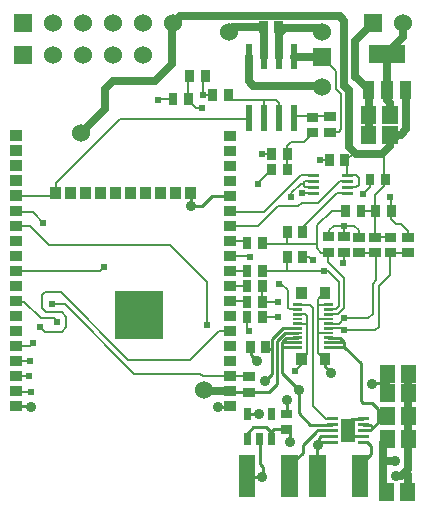
<source format=gbr>
G04 start of page 2 for group 0 idx 0 *
G04 Title: (unknown), top *
G04 Creator: pcb 4.0.2 *
G04 CreationDate: Sun Feb  4 07:02:53 2018 UTC *
G04 For: jeroen *
G04 Format: Gerber/RS-274X *
G04 PCB-Dimensions (mil): 6000.00 5000.00 *
G04 PCB-Coordinate-Origin: lower left *
%MOIN*%
%FSLAX25Y25*%
%LNTOP*%
%ADD21C,0.0380*%
%ADD20C,0.0350*%
%ADD19C,0.0118*%
%ADD18C,0.0200*%
%ADD17C,0.0360*%
%ADD16C,0.0600*%
%ADD15C,0.0001*%
%ADD14C,0.0240*%
%ADD13C,0.0060*%
%ADD12C,0.0100*%
%ADD11C,0.0250*%
G54D11*X469291Y291543D02*X470278Y290556D01*
X470278Y290556D02*Y286619D01*
X470278Y286619D01*
X463191Y294887D02*Y279926D01*
X463192Y279926D01*
X470278D02*X473821D01*
X475790Y281894D01*
Y294488D01*
G54D12*X472835Y278939D02*X473129Y279233D01*
G54D11*X469291Y307087D02*Y291543D01*
X475790Y294488D02*X475391Y294887D01*
X474803Y317323D02*Y312598D01*
X468898Y307091D02*X469291Y307485D01*
X474803Y312598D02*X469291Y307087D01*
X458763Y299315D02*Y311283D01*
X464803Y317323D01*
X470278Y279926D02*Y276183D01*
G54D13*X468283Y263071D02*Y274189D01*
G54D11*X470278Y276183D02*X467717Y273622D01*
X459055D01*
X456693Y275984D01*
G54D13*X456102Y271850D02*X457874Y273622D01*
G54D11*X458861Y299217D02*X463191Y294887D01*
X456693Y275984D02*Y294882D01*
X455118Y296457D01*
G54D13*X453937Y293701D02*Y281890D01*
X470669Y254724D02*Y259252D01*
Y255512D02*Y251969D01*
Y259252D02*X470472Y259449D01*
X460654Y254606D02*X465433D01*
X465551Y254724D01*
X465354Y260142D02*X468283Y263071D01*
X463634Y262602D02*X461315Y260283D01*
X456102Y266535D02*X459055D01*
X459843Y265748D01*
Y263386D01*
X459055Y262598D01*
X456102D02*X459055D01*
X463634Y265161D02*Y262602D01*
G54D11*X397638Y317323D02*Y303543D01*
X392126Y298031D01*
X377953D01*
X375197Y295276D01*
Y288583D01*
G54D13*X397980Y291913D02*X393295D01*
X393024Y291642D01*
G54D11*X375197Y288583D02*X367323Y280709D01*
G54D13*X355118Y250394D02*X351181Y254331D01*
X346063D01*
X359031Y260701D02*Y264150D01*
X357858Y259724D02*X358835Y260701D01*
G54D11*X398110Y317323D02*X400472Y319685D01*
G54D13*X345669Y259724D02*X357858D01*
X359031Y264150D02*X380315Y285433D01*
X430512Y268110D02*X430906Y268504D01*
G54D12*X417024Y259638D02*X410819D01*
X407480Y256299D01*
X404134D01*
G54D13*X427559Y273622D02*X430906D01*
X423228Y282087D02*Y286417D01*
X440551Y266535D02*X428346Y254331D01*
X440551Y263780D02*X437402Y260630D01*
X426378Y263780D02*Y263976D01*
X430906Y268504D01*
X446457Y257480D02*X453543Y264567D01*
X450862Y254709D02*X455043D01*
X436024Y268504D02*Y276181D01*
X437402Y277559D01*
X439010Y286417D02*X438209Y285616D01*
X437402Y277559D02*X441732D01*
X445276Y281102D02*X441732Y277559D01*
X439010Y286417D02*X451378D01*
X451575Y286220D01*
X453937Y281890D02*X453150Y281102D01*
X450787D01*
X456102Y266535D02*Y271850D01*
X446850Y271654D02*X450000D01*
X444685Y266535D02*X440551D01*
X444685Y262598D02*X442126D01*
X441732Y262992D01*
Y264173D01*
X442126Y264567D01*
X444685D01*
X441732Y263780D02*X440551D01*
X453543Y264567D02*X456102D01*
Y260630D02*X452602D01*
G54D11*X433209Y313720D02*Y306116D01*
X428209D02*Y315886D01*
X428150Y315945D01*
X418110D01*
X416535Y314370D01*
X453543Y319685D02*X455118Y318110D01*
X400472Y319685D02*X453543D01*
X455118Y296457D02*Y318110D01*
X423209Y306116D02*Y297854D01*
X424803Y296260D01*
X447638D01*
X438209Y306116D02*X447624D01*
X447638Y306102D01*
G54D13*X447427Y306116D02*X452362Y301181D01*
Y295276D01*
G54D11*X447244Y315748D02*X447146Y315650D01*
X433209Y313780D02*X435177Y315748D01*
X446063D01*
X447638Y314173D01*
G54D13*X403098Y291913D02*Y299122D01*
X403555Y299579D01*
X407874Y293307D02*Y298780D01*
X408673Y299579D01*
X452362Y295276D02*X453937Y293701D01*
X433209Y285616D02*Y290807D01*
X432283Y291732D01*
X417913D01*
X428209Y285616D02*Y291476D01*
X427953Y291732D01*
X423228Y285433D02*X380315D01*
X417913Y291732D02*X416339Y293307D01*
X411220D02*X408268D01*
X407657Y288854D02*X405567D01*
X403098Y291323D01*
G54D12*X466142Y188583D02*X464173Y190551D01*
X461417D01*
X460630Y191339D01*
Y203937D01*
X464567Y197244D02*X464370Y197047D01*
X448622Y202953D02*X450787Y200787D01*
G54D13*X449803Y215551D02*X454528D01*
X453346Y217126D02*X449803D01*
X453150Y222835D02*X452165Y221850D01*
X449803D01*
Y220276D02*X452953D01*
X455118Y222441D01*
X454528Y215551D02*X455118Y214961D01*
X466535Y216142D02*X465354Y214961D01*
X455118D01*
Y218898D02*X453346Y217126D01*
X455118Y218898D02*X462992D01*
X464567Y220472D01*
G54D12*X469489Y200394D02*Y193898D01*
Y197244D02*X464567D01*
X445591Y181024D02*X441339Y176772D01*
X451181Y177559D02*X447244D01*
X446555Y176870D02*Y178839D01*
X447244Y179528D01*
X451181D01*
Y181496D02*X446063D01*
X445669Y181102D01*
X443701Y183465D02*X450984D01*
G54D13*X451181Y185433D02*X448819D01*
X444488Y189764D02*X448819Y185433D01*
G54D12*X461417Y179528D02*X458268D01*
X456299Y181496D01*
X461417Y177559D02*X462795D01*
X463976Y176378D01*
X466142Y186220D02*X469292D01*
X469489Y186417D01*
X461417Y185433D02*X457480D01*
X456299Y184252D01*
X461417Y181496D02*X463583D01*
X461417Y183465D02*X463780D01*
X463583Y181496D02*X466142Y184055D01*
X463780Y183465D02*X464665Y182579D01*
X466142Y184055D02*Y188583D01*
X449803Y212402D02*X453740D01*
X455118Y211024D01*
Y209449D01*
X449803Y210827D02*X454921D01*
X455118Y211024D01*
X460630Y203937D02*X455118Y209449D01*
X449803Y209252D02*X454921D01*
X455118Y209449D01*
G54D11*X472244Y166339D02*X474016D01*
G54D12*X463976Y176378D02*Y173819D01*
X460827Y170669D01*
G54D11*X467913Y161024D02*Y177165D01*
X469489Y178740D01*
X472047Y171260D02*X467913D01*
X474016Y166339D02*X476378Y168701D01*
Y200197D01*
X476574Y200394D01*
X475295Y167618D02*X476378Y166535D01*
Y161220D01*
G54D12*X439567Y210827D02*X434449D01*
X434252Y210630D01*
X439567Y209252D02*X434449D01*
X434252Y209055D01*
X434646Y215551D02*X431102Y212008D01*
G54D13*X436811Y221850D02*X436228Y222433D01*
G54D12*X432677Y196850D02*Y211417D01*
X436024Y191535D02*Y187205D01*
X435827Y187008D01*
X431102Y212008D02*Y200394D01*
X423819Y209449D02*Y206693D01*
X425984Y204528D01*
G54D13*X422638Y219291D02*Y215157D01*
X423228Y214567D01*
G54D12*X426809Y178808D02*Y170435D01*
X436811Y177756D02*Y181890D01*
X435827D02*X431496D01*
X430709Y181102D01*
X441240Y174114D02*X437402Y170276D01*
X426809Y170435D02*X427953Y169291D01*
Y166142D01*
X427756Y165945D01*
X423031D01*
X422638Y166339D01*
G54D13*X446457Y207480D02*X448622Y205315D01*
X444488Y222441D02*Y189764D01*
X442520Y207087D02*X440748Y205315D01*
Y203346D01*
G54D12*X439961Y187205D02*X443701Y183465D01*
X448622Y205315D02*Y202953D01*
G54D13*X439567Y220276D02*X441929D01*
X442520Y219685D01*
Y207087D02*Y219685D01*
X439567Y217126D02*X442323D01*
G54D12*X446063Y168701D02*Y176378D01*
X447244Y177559D02*X446063Y176378D01*
X441240Y176673D02*Y174114D01*
X403937Y256299D02*Y260606D01*
X404031Y260701D01*
G54D13*X440945Y260630D02*X444685D01*
X452602D02*X441106Y249134D01*
X445984Y249831D02*X450862Y254709D01*
X428346Y254331D02*X416929D01*
X426378Y249606D02*X433071Y256299D01*
X437402Y260630D02*Y259843D01*
X446457Y257480D02*X440945D01*
X439764Y256299D01*
X433071D01*
G54D12*X434252Y211024D02*X435630Y212402D01*
X439567D01*
X432677Y211417D02*X435236Y213976D01*
X439567D01*
Y215551D02*X434646D01*
G54D13*X449803Y223425D02*X446654D01*
X446457Y223228D01*
Y225197D02*X448622Y227362D01*
X446457Y223228D02*Y207480D01*
Y223425D02*Y225197D01*
X449803Y218701D02*X446654D01*
X446457Y218898D01*
X449803Y213976D02*X446654D01*
X446457Y213780D01*
X439567Y223425D02*X443504D01*
X444488Y222441D01*
X436228Y222433D02*Y228228D01*
X434138Y230319D01*
X433441D01*
X442323Y217126D02*X442520Y216929D01*
X417220Y234638D02*X422630D01*
X422638Y234646D01*
Y229528D02*X417331D01*
X417220Y229638D01*
Y244638D02*X422094D01*
X422638Y244094D01*
X426378Y249606D02*X418110D01*
X427559Y224409D02*Y229331D01*
X409252Y216732D02*Y230906D01*
X417024Y214638D02*X413260D01*
X427559Y229331D02*X427756Y229528D01*
X417024Y239638D02*X423354D01*
X423622Y239370D01*
X470472Y240748D02*Y233465D01*
X466535Y229528D01*
Y216142D01*
X464567Y220472D02*Y230315D01*
X465748Y231496D01*
Y240354D01*
X465354Y240748D01*
X470472Y245866D02*X465354D01*
X460039Y240748D02*X465354D01*
X470472D02*X476181D01*
X470669Y251969D02*X472441Y250197D01*
X474016D01*
X476181Y248031D01*
Y245866D01*
X465354D02*Y260142D01*
X427756Y234646D02*X449606D01*
X436024Y239370D02*Y234843D01*
X436220Y234646D01*
X436024Y247638D02*Y243898D01*
X435827Y243701D01*
X441142Y239370D02*X443307D01*
X444488Y238189D01*
X441106Y249134D02*Y247043D01*
X449803Y240772D02*X447378D01*
X445984Y242165D01*
X427953Y243701D02*X445843D01*
X445984Y243559D01*
Y242165D02*Y249831D01*
X449606Y234646D02*X453150Y231102D01*
Y222835D01*
X449803Y240748D02*Y237598D01*
X455118Y232283D01*
X454921Y240945D02*Y237598D01*
X454724Y237402D01*
X455118Y222441D02*Y232283D01*
Y249803D02*X458465D01*
X460039Y248228D01*
Y245866D01*
X454921Y246063D02*Y249606D01*
X455118Y249803D01*
X454921D02*X451575D01*
X450000Y248228D01*
Y246260D01*
X449803Y246063D01*
X417220Y224638D02*X422410D01*
X422638Y224409D01*
X427756D02*X433071D01*
Y219291D02*X427756D01*
X439567Y221850D02*X436811D01*
X396850Y243307D02*X409252Y230906D01*
G54D12*X345961Y189598D02*X349772D01*
X350000Y189370D01*
G54D13*X350787Y194488D02*X346071D01*
X345961Y194598D01*
X350394Y204724D02*X346087D01*
X345961Y204598D01*
X350000Y199606D02*X345969D01*
X345961Y199598D01*
G54D12*X412992Y189370D02*X416953D01*
X417220Y189638D01*
G54D13*X417567Y194291D02*X417220Y194638D01*
G54D12*X422909Y178808D02*Y180783D01*
X424803Y182677D01*
X426772Y187008D02*X422909D01*
G54D11*X417220Y194638D02*X408512D01*
X408268Y194882D01*
G54D13*X416929Y199638D02*X407843D01*
X407087Y200394D01*
G54D12*X417567Y194291D02*X417543Y194315D01*
X423031Y194291D02*X417567D01*
G54D13*X413260Y214638D02*X403740Y205118D01*
X383071D01*
X440748Y203346D02*X438583Y201181D01*
X417220Y199638D02*X423000D01*
X423228Y199409D01*
G54D12*Y194291D02*X430118D01*
X432677Y196850D01*
X431102Y200394D02*X428740Y198031D01*
X424803Y182677D02*X429134D01*
X430709Y181102D01*
Y178808D01*
X431102Y208661D02*X428937D01*
X434252Y210630D02*Y200591D01*
X439961Y194882D01*
Y187205D01*
G54D13*X356693Y243307D02*X396850D01*
X383071Y205118D02*X360630Y227559D01*
X361811Y223622D02*X385039Y200394D01*
X407087D01*
X360827Y221063D02*X362402Y219488D01*
Y215945D01*
X360827Y214370D01*
X360630Y227559D02*X355315D01*
X354331Y226575D02*Y222441D01*
X357480Y223622D02*X361811D01*
X353937Y218898D02*X358268D01*
X359449Y217717D01*
X354331Y222441D02*X355709Y221063D01*
X360827D01*
Y214370D02*X355315D01*
X345764Y234598D02*X373610D01*
X374906Y235894D01*
X345961Y209598D02*X349850D01*
X345961D02*X350150D01*
X351181Y210630D01*
X346165Y224803D02*X345961Y224598D01*
X345764Y249598D02*X350402D01*
X356693Y243307D01*
X345819Y224457D02*X348378D01*
X353937Y218898D01*
X355315Y227559D02*X354331Y226575D01*
X355315Y214370D02*X353543Y216142D01*
G54D14*X456299Y178740D03*
Y181496D03*
Y184252D03*
G54D15*G36*
X345110Y309772D02*Y303772D01*
X351110D01*
Y309772D01*
X345110D01*
G37*
G54D16*X358110Y306772D03*
X368110D03*
X378110D03*
X388110D03*
G54D15*G36*
X461803Y320323D02*Y314323D01*
X467803D01*
Y320323D01*
X461803D01*
G37*
G54D16*X474803Y317323D03*
G54D15*G36*
X444638Y309102D02*Y303102D01*
X450638D01*
Y309102D01*
X444638D01*
G37*
G54D16*X447638Y296102D03*
G54D15*G36*
X345110Y320323D02*Y314323D01*
X351110D01*
Y320323D01*
X345110D01*
G37*
G54D16*X358110Y317323D03*
X368110D03*
X378110D03*
X388110D03*
X398110D03*
G54D15*G36*
X442815Y267028D02*Y266043D01*
X446555D01*
Y267028D01*
X442815D01*
G37*
G36*
Y265059D02*Y264075D01*
X446555D01*
Y265059D01*
X442815D01*
G37*
G36*
Y263091D02*Y262106D01*
X446555D01*
Y263091D01*
X442815D01*
G37*
G36*
Y261122D02*Y260138D01*
X446555D01*
Y261122D01*
X442815D01*
G37*
G36*
X454232D02*Y260138D01*
X457972D01*
Y261122D01*
X454232D01*
G37*
G36*
Y263091D02*Y262106D01*
X457972D01*
Y263091D01*
X454232D01*
G37*
G36*
Y265059D02*Y264075D01*
X457972D01*
Y265059D01*
X454232D01*
G37*
G36*
Y267028D02*Y266043D01*
X457972D01*
Y267028D01*
X454232D01*
G37*
G36*
X451476Y273622D02*X448524D01*
Y269686D01*
X451476D01*
Y273622D01*
G37*
G36*
X456594D02*X453642D01*
Y269686D01*
X456594D01*
Y273622D01*
G37*
G36*
X465041Y297937D02*X461341D01*
Y291837D01*
X465041D01*
Y297937D01*
G37*
G36*
X465751Y289571D02*X460633D01*
Y283667D01*
X465751D01*
Y289571D01*
G37*
G36*
Y282878D02*X460633D01*
Y276974D01*
X465751D01*
Y282878D01*
G37*
G36*
X465110Y267129D02*X462158D01*
Y263193D01*
X465110D01*
Y267129D01*
G37*
G36*
X470228D02*X467276D01*
Y263193D01*
X470228D01*
Y267129D01*
G37*
G36*
X471141Y297937D02*X467441D01*
Y291837D01*
X471141D01*
Y297937D01*
G37*
G36*
X463241Y310137D02*Y304037D01*
X475341D01*
Y310137D01*
X463241D01*
G37*
G36*
X472837Y289571D02*X467719D01*
Y283667D01*
X472837D01*
Y289571D01*
G37*
G36*
Y282878D02*X467719D01*
Y276974D01*
X472837D01*
Y282878D01*
G37*
G36*
X472047Y196850D02*X466929D01*
Y190946D01*
X472047D01*
Y196850D01*
G37*
G36*
Y203346D02*X466929D01*
Y197442D01*
X472047D01*
Y203346D01*
G37*
G36*
X474213Y242224D02*Y239272D01*
X478149D01*
Y242224D01*
X474213D01*
G37*
G36*
Y247342D02*Y244390D01*
X478149D01*
Y247342D01*
X474213D01*
G37*
G36*
X477241Y297937D02*X473541D01*
Y291837D01*
X477241D01*
Y297937D01*
G37*
G36*
X412697Y295275D02*X409745D01*
Y291339D01*
X412697D01*
Y295275D01*
G37*
G36*
X417815D02*X414863D01*
Y291339D01*
X417815D01*
Y295275D01*
G37*
G36*
X424209Y289866D02*X422209D01*
Y281366D01*
X424209D01*
Y289866D01*
G37*
G36*
Y310366D02*X422209D01*
Y301866D01*
X424209D01*
Y310366D01*
G37*
G36*
X429209Y289866D02*X427209D01*
Y281366D01*
X429209D01*
Y289866D01*
G37*
G36*
Y310366D02*X427209D01*
Y301866D01*
X429209D01*
Y310366D01*
G37*
G36*
X429626Y317913D02*X426674D01*
Y313977D01*
X429626D01*
Y317913D01*
G37*
G36*
X434209Y289866D02*X432209D01*
Y281366D01*
X434209D01*
Y289866D01*
G37*
G36*
X439209D02*X437209D01*
Y281366D01*
X439209D01*
Y289866D01*
G37*
G36*
Y310366D02*X437209D01*
Y301866D01*
X439209D01*
Y310366D01*
G37*
G36*
X434209D02*X432209D01*
Y301866D01*
X434209D01*
Y310366D01*
G37*
G36*
X434744Y317913D02*X431792D01*
Y313977D01*
X434744D01*
Y317913D01*
G37*
G36*
X448426Y282382D02*Y279430D01*
X452362D01*
Y282382D01*
X448426D01*
G37*
G36*
Y287500D02*Y284548D01*
X452362D01*
Y287500D01*
X448426D01*
G37*
G36*
X442520Y282185D02*Y279233D01*
X446456D01*
Y282185D01*
X442520D01*
G37*
G36*
Y287303D02*Y284351D01*
X446456D01*
Y287303D01*
X442520D01*
G37*
G36*
X415055Y281409D02*Y277866D01*
X418992D01*
Y281409D01*
X415055D01*
G37*
G36*
X437500Y275590D02*X434548D01*
Y271654D01*
X437500D01*
Y275590D01*
G37*
G36*
X432382D02*X429430D01*
Y271654D01*
X432382D01*
Y275590D01*
G37*
G36*
X437500Y270472D02*X434548D01*
Y266536D01*
X437500D01*
Y270472D01*
G37*
G36*
X432382D02*X429430D01*
Y266536D01*
X432382D01*
Y270472D01*
G37*
G36*
X430413Y211417D02*X427461D01*
Y207481D01*
X430413D01*
Y211417D01*
G37*
G36*
X425295D02*X422343D01*
Y207481D01*
X425295D01*
Y211417D01*
G37*
G36*
X458071Y242224D02*Y239272D01*
X462007D01*
Y242224D01*
X458071D01*
G37*
G36*
Y247342D02*Y244390D01*
X462007D01*
Y247342D01*
X458071D01*
G37*
G36*
X452953Y242421D02*Y239469D01*
X456889D01*
Y242421D01*
X452953D01*
G37*
G36*
Y247539D02*Y244587D01*
X456889D01*
Y247539D01*
X452953D01*
G37*
G36*
X447835Y242421D02*Y239469D01*
X451771D01*
Y242421D01*
X447835D01*
G37*
G36*
Y247539D02*Y244587D01*
X451771D01*
Y247539D01*
X447835D01*
G37*
G36*
X457011Y256574D02*X454059D01*
Y252638D01*
X457011D01*
Y256574D01*
G37*
G36*
X462129D02*X459177D01*
Y252638D01*
X462129D01*
Y256574D01*
G37*
G36*
X450394Y229331D02*X446850D01*
Y225394D01*
X450394D01*
Y229331D01*
G37*
G36*
X442520D02*X438976D01*
Y225394D01*
X442520D01*
Y229331D01*
G37*
G36*
X448366Y217579D02*Y216673D01*
X451240D01*
Y217579D01*
X448366D01*
G37*
G36*
Y219154D02*Y218248D01*
X451240D01*
Y219154D01*
X448366D01*
G37*
G36*
Y220728D02*Y219823D01*
X451240D01*
Y220728D01*
X448366D01*
G37*
G36*
X438130Y223878D02*Y222972D01*
X441004D01*
Y223878D01*
X438130D01*
G37*
G36*
Y222303D02*Y221398D01*
X441004D01*
Y222303D01*
X438130D01*
G37*
G36*
Y220728D02*Y219823D01*
X441004D01*
Y220728D01*
X438130D01*
G37*
G36*
Y219154D02*Y218248D01*
X441004D01*
Y219154D01*
X438130D01*
G37*
G36*
Y217579D02*Y216673D01*
X441004D01*
Y217579D01*
X438130D01*
G37*
G36*
X424114Y246062D02*X421162D01*
Y242126D01*
X424114D01*
Y246062D01*
G37*
G36*
X429232D02*X426280D01*
Y242126D01*
X429232D01*
Y246062D01*
G37*
G36*
X437500Y249606D02*X434548D01*
Y245670D01*
X437500D01*
Y249606D01*
G37*
G36*
Y241338D02*X434548D01*
Y237402D01*
X437500D01*
Y241338D01*
G37*
G36*
X424114Y221259D02*X421162D01*
Y217323D01*
X424114D01*
Y221259D01*
G37*
G36*
X429232D02*X426280D01*
Y217323D01*
X429232D01*
Y221259D01*
G37*
G36*
Y226377D02*X426280D01*
Y222441D01*
X429232D01*
Y226377D01*
G37*
G36*
Y231496D02*X426280D01*
Y227560D01*
X429232D01*
Y231496D01*
G37*
G36*
Y236614D02*X426280D01*
Y232678D01*
X429232D01*
Y236614D01*
G37*
G36*
X424114Y226377D02*X421162D01*
Y222441D01*
X424114D01*
Y226377D01*
G37*
G36*
Y231496D02*X421162D01*
Y227560D01*
X424114D01*
Y231496D01*
G37*
G36*
Y236614D02*X421162D01*
Y232678D01*
X424114D01*
Y236614D01*
G37*
G36*
X448366Y222303D02*Y221398D01*
X451240D01*
Y222303D01*
X448366D01*
G37*
G36*
Y223878D02*Y222972D01*
X451240D01*
Y223878D01*
X448366D01*
G37*
G36*
X463386Y242224D02*Y239272D01*
X467322D01*
Y242224D01*
X463386D01*
G37*
G36*
Y247342D02*Y244390D01*
X467322D01*
Y247342D01*
X463386D01*
G37*
G36*
X468504Y242224D02*Y239272D01*
X472440D01*
Y242224D01*
X468504D01*
G37*
G36*
Y247342D02*Y244390D01*
X472440D01*
Y247342D01*
X468504D01*
G37*
G36*
X442618Y249606D02*X439666D01*
Y245670D01*
X442618D01*
Y249606D01*
G37*
G36*
Y241338D02*X439666D01*
Y237402D01*
X442618D01*
Y241338D01*
G37*
G36*
X467027Y256692D02*X464075D01*
Y252756D01*
X467027D01*
Y256692D01*
G37*
G36*
X472145D02*X469193D01*
Y252756D01*
X472145D01*
Y256692D01*
G37*
G36*
X421260Y200885D02*Y197933D01*
X425196D01*
Y200885D01*
X421260D01*
G37*
G36*
X415055Y191409D02*Y187866D01*
X418992D01*
Y191409D01*
X415055D01*
G37*
G36*
Y196409D02*Y192866D01*
X418992D01*
Y196409D01*
X415055D01*
G37*
G36*
Y201409D02*Y197866D01*
X418992D01*
Y201409D01*
X415055D01*
G37*
G36*
Y206409D02*Y202866D01*
X418992D01*
Y206409D01*
X415055D01*
G37*
G36*
Y211409D02*Y207866D01*
X418992D01*
Y211409D01*
X415055D01*
G37*
G36*
Y216409D02*Y212866D01*
X418992D01*
Y216409D01*
X415055D01*
G37*
G36*
Y221409D02*Y217866D01*
X418992D01*
Y221409D01*
X415055D01*
G37*
G36*
Y226409D02*Y222866D01*
X418992D01*
Y226409D01*
X415055D01*
G37*
G36*
Y231409D02*Y227866D01*
X418992D01*
Y231409D01*
X415055D01*
G37*
G36*
Y236409D02*Y232866D01*
X418992D01*
Y236409D01*
X415055D01*
G37*
G36*
Y241409D02*Y237866D01*
X418992D01*
Y241409D01*
X415055D01*
G37*
G36*
Y246409D02*Y242866D01*
X418992D01*
Y246409D01*
X415055D01*
G37*
G36*
Y251409D02*Y247866D01*
X418992D01*
Y251409D01*
X415055D01*
G37*
G36*
Y256409D02*Y252866D01*
X418992D01*
Y256409D01*
X415055D01*
G37*
G36*
X442520Y207283D02*X438976D01*
Y203346D01*
X442520D01*
Y207283D01*
G37*
G36*
X438130Y216004D02*Y215098D01*
X441004D01*
Y216004D01*
X438130D01*
G37*
G36*
Y214429D02*Y213524D01*
X441004D01*
Y214429D01*
X438130D01*
G37*
G36*
Y212854D02*Y211949D01*
X441004D01*
Y212854D01*
X438130D01*
G37*
G36*
Y211280D02*Y210374D01*
X441004D01*
Y211280D01*
X438130D01*
G37*
G36*
Y209705D02*Y208799D01*
X441004D01*
Y209705D01*
X438130D01*
G37*
G36*
X448366D02*Y208799D01*
X451240D01*
Y209705D01*
X448366D01*
G37*
G36*
Y211280D02*Y210374D01*
X451240D01*
Y211280D01*
X448366D01*
G37*
G36*
Y212854D02*Y211949D01*
X451240D01*
Y212854D01*
X448366D01*
G37*
G36*
Y214429D02*Y213524D01*
X451240D01*
Y214429D01*
X448366D01*
G37*
G36*
Y216004D02*Y215098D01*
X451240D01*
Y216004D01*
X448366D01*
G37*
G36*
X450394Y207283D02*X446850D01*
Y203346D01*
X450394D01*
Y207283D01*
G37*
G36*
X459646Y178150D02*Y176969D01*
X463189D01*
Y178150D01*
X459646D01*
G37*
G36*
X449409D02*Y176969D01*
X452953D01*
Y178150D01*
X449409D01*
G37*
G36*
Y180118D02*Y178937D01*
X452953D01*
Y180118D01*
X449409D01*
G37*
G36*
Y182087D02*Y180906D01*
X452953D01*
Y182087D01*
X449409D01*
G37*
G36*
Y184055D02*Y182874D01*
X452953D01*
Y184055D01*
X449409D01*
G37*
G36*
Y186024D02*Y184843D01*
X452953D01*
Y186024D01*
X449409D01*
G37*
G36*
X458661Y185433D02*X453937D01*
Y177559D01*
X458661D01*
Y185433D01*
G37*
G36*
X459646Y180118D02*Y178937D01*
X463189D01*
Y180118D01*
X459646D01*
G37*
G36*
X472047Y181692D02*X466929D01*
Y175788D01*
X472047D01*
Y181692D01*
G37*
G36*
X479133D02*X474015D01*
Y175788D01*
X479133D01*
Y181692D01*
G37*
G36*
X459646Y182087D02*Y180906D01*
X463189D01*
Y182087D01*
X459646D01*
G37*
G36*
X462992Y173425D02*X457480D01*
Y159252D01*
X462992D01*
Y173425D01*
G37*
G36*
X448819D02*X443307D01*
Y159252D01*
X448819D01*
Y173425D01*
G37*
G36*
X471654Y163976D02*X466536D01*
Y158072D01*
X471654D01*
Y163976D01*
G37*
G36*
X478740D02*X473622D01*
Y158072D01*
X478740D01*
Y163976D01*
G37*
G36*
X459646Y184055D02*Y182874D01*
X463189D01*
Y184055D01*
X459646D01*
G37*
G36*
Y186024D02*Y184843D01*
X463189D01*
Y186024D01*
X459646D01*
G37*
G36*
X472047Y189369D02*X466929D01*
Y183465D01*
X472047D01*
Y189369D01*
G37*
G36*
X479133D02*X474015D01*
Y183465D01*
X479133D01*
Y189369D01*
G37*
G36*
Y196850D02*X474015D01*
Y190946D01*
X479133D01*
Y196850D01*
G37*
G36*
Y203346D02*X474015D01*
Y197442D01*
X479133D01*
Y203346D01*
G37*
G36*
X421260Y195767D02*Y192815D01*
X425196D01*
Y195767D01*
X421260D01*
G37*
G36*
X431909Y189008D02*X429509D01*
Y185008D01*
X431909D01*
Y189008D01*
G37*
G36*
X424109D02*X421709D01*
Y185008D01*
X424109D01*
Y189008D01*
G37*
G36*
Y180808D02*X421709D01*
Y176808D01*
X424109D01*
Y180808D01*
G37*
G36*
X428009D02*X425609D01*
Y176808D01*
X428009D01*
Y180808D01*
G37*
G36*
X431909D02*X429509D01*
Y176808D01*
X431909D01*
Y180808D01*
G37*
G36*
X439567Y173425D02*X434055D01*
Y159252D01*
X439567D01*
Y173425D01*
G37*
G36*
X425394D02*X419882D01*
Y159252D01*
X425394D01*
Y173425D01*
G37*
G36*
X433859Y183366D02*Y180414D01*
X437795D01*
Y183366D01*
X433859D01*
G37*
G36*
Y188484D02*Y185532D01*
X437795D01*
Y188484D01*
X433859D01*
G37*
G36*
X405606Y262669D02*X402063D01*
Y258732D01*
X405606D01*
Y262669D01*
G37*
G36*
X400606D02*X397063D01*
Y258732D01*
X400606D01*
Y262669D01*
G37*
G36*
X395606D02*X392063D01*
Y258732D01*
X395606D01*
Y262669D01*
G37*
G36*
X390606D02*X387063D01*
Y258732D01*
X390606D01*
Y262669D01*
G37*
G36*
X385606D02*X382063D01*
Y258732D01*
X385606D01*
Y262669D01*
G37*
G36*
X380606D02*X377063D01*
Y258732D01*
X380606D01*
Y262669D01*
G37*
G36*
X375606D02*X372063D01*
Y258732D01*
X375606D01*
Y262669D01*
G37*
G36*
X370606D02*X367063D01*
Y258732D01*
X370606D01*
Y262669D01*
G37*
G36*
X365606D02*X362063D01*
Y258732D01*
X365606D01*
Y262669D01*
G37*
G36*
X360606D02*X357063D01*
Y258732D01*
X360606D01*
Y262669D01*
G37*
G36*
X343795Y256370D02*Y252827D01*
X347732D01*
Y256370D01*
X343795D01*
G37*
G36*
Y251370D02*Y247827D01*
X347732D01*
Y251370D01*
X343795D01*
G37*
G36*
Y246370D02*Y242827D01*
X347732D01*
Y246370D01*
X343795D01*
G37*
G36*
Y241370D02*Y237827D01*
X347732D01*
Y241370D01*
X343795D01*
G37*
G36*
X378638Y227827D02*Y212079D01*
X394780D01*
Y227827D01*
X378638D01*
G37*
G36*
X343795Y236370D02*Y232827D01*
X347732D01*
Y236370D01*
X343795D01*
G37*
G36*
Y231370D02*Y227827D01*
X347732D01*
Y231370D01*
X343795D01*
G37*
G36*
Y226370D02*Y222827D01*
X347732D01*
Y226370D01*
X343795D01*
G37*
G36*
Y221370D02*Y217827D01*
X347732D01*
Y221370D01*
X343795D01*
G37*
G36*
Y216370D02*Y212827D01*
X347732D01*
Y216370D01*
X343795D01*
G37*
G36*
Y211370D02*Y207827D01*
X347732D01*
Y211370D01*
X343795D01*
G37*
G36*
Y206370D02*Y202827D01*
X347732D01*
Y206370D01*
X343795D01*
G37*
G36*
Y201370D02*Y197827D01*
X347732D01*
Y201370D01*
X343795D01*
G37*
G36*
Y196370D02*Y192827D01*
X347732D01*
Y196370D01*
X343795D01*
G37*
G36*
Y191370D02*Y187827D01*
X347732D01*
Y191370D01*
X343795D01*
G37*
G36*
X343701Y281496D02*Y277953D01*
X347638D01*
Y281496D01*
X343701D01*
G37*
G36*
Y276496D02*Y272953D01*
X347638D01*
Y276496D01*
X343701D01*
G37*
G36*
Y271496D02*Y267953D01*
X347638D01*
Y271496D01*
X343701D01*
G37*
G36*
Y266496D02*Y262953D01*
X347638D01*
Y266496D01*
X343701D01*
G37*
G36*
Y261496D02*Y257953D01*
X347638D01*
Y261496D01*
X343701D01*
G37*
G36*
X415055Y261409D02*Y257866D01*
X418992D01*
Y261409D01*
X415055D01*
G37*
G36*
Y266409D02*Y262866D01*
X418992D01*
Y266409D01*
X415055D01*
G37*
G36*
Y271409D02*Y267866D01*
X418992D01*
Y271409D01*
X415055D01*
G37*
G36*
Y276409D02*Y272866D01*
X418992D01*
Y276409D01*
X415055D01*
G37*
G36*
X399456Y293881D02*X396504D01*
Y289945D01*
X399456D01*
Y293881D01*
G37*
G36*
X404574D02*X401622D01*
Y289945D01*
X404574D01*
Y293881D01*
G37*
G36*
X405031Y301547D02*X402079D01*
Y297611D01*
X405031D01*
Y301547D01*
G37*
G36*
X410149D02*X407197D01*
Y297611D01*
X410149D01*
Y301547D01*
G37*
G54D17*X426772Y187008D03*
G54D14*X433071Y219291D03*
Y224409D03*
X423622Y239370D03*
G54D17*X425984Y204528D03*
G54D14*X423228Y214567D03*
G54D17*X350787Y189370D03*
G54D14*Y194488D03*
X350000Y199606D03*
X359449Y217717D03*
X386614Y220079D03*
Y214961D03*
Y225197D03*
X391732Y220079D03*
Y214961D03*
Y225197D03*
X409252Y216732D03*
X381496Y220079D03*
Y225197D03*
Y214961D03*
X374906Y235894D03*
X438583Y201181D03*
G54D17*X450787Y200787D03*
X439961Y194882D03*
X436024Y191535D03*
X446457Y176772D03*
X472047Y171260D03*
X472244Y166339D03*
X464370Y197047D03*
G54D14*X350394Y204724D03*
X351181Y210630D03*
X354724Y250787D03*
X353543Y216142D03*
X357480Y223622D03*
G54D16*X367323Y280709D03*
G54D17*X427756Y166142D03*
X436811Y177756D03*
X412992Y189370D03*
X428740Y198031D03*
G54D16*X408268Y194882D03*
G54D17*X403937Y256299D03*
G54D14*X440945Y260630D03*
X437402Y259449D03*
X470472D03*
X461315Y260283D03*
X446850Y271654D03*
G54D16*X447638Y314173D03*
G54D14*X427559Y273622D03*
G54D16*X416535Y314370D03*
G54D14*X426378Y263780D03*
X407874Y293307D03*
X393024Y291642D03*
X407657Y288854D03*
X455118Y214961D03*
Y218898D03*
X444488Y238189D03*
X455118Y249803D03*
X448228Y234646D03*
X454724Y237402D03*
X433441Y230319D03*
G54D18*G54D19*G54D18*G54D19*G54D18*G54D19*G54D18*G54D19*G54D20*G54D18*G54D20*G54D18*G54D19*G54D20*G54D19*G54D20*G54D19*G54D21*M02*

</source>
